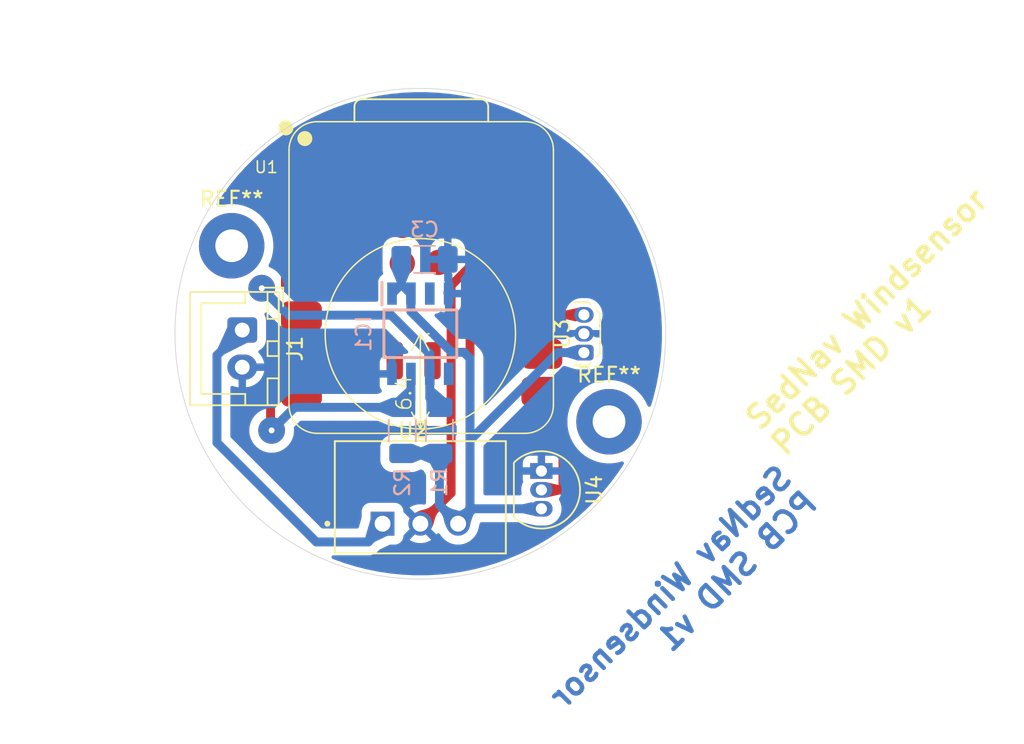
<source format=kicad_pcb>
(kicad_pcb (version 20241229) (generator "pcbnew") (generator_version "9.0")
  (layers (0 "F.Cu" signal) (2 "B.Cu" signal) (13 "F.Paste" user) (15 "B.Paste" user) (5 "F.SilkS" user "F.Silkscreen") (7 "B.SilkS" user "B.Silkscreen") (1 "F.Mask" user) (3 "B.Mask" user) (25 "Edge.Cuts" user))
  (net 0 "")
  (net 1 "+3.3V")
  (net 3 "GND")
  (net 9 "Net-(U1-GPIO20{slash}D9{slash}MISO)")
  (net 11 "Net-(IC1-SDA)")
  (net 12 "Net-(IC1-SCL)")
  (net 13 "unconnected-(U1-GPIO18{slash}D10{slash}MOSI-Pad11)")
  (net 15 "VCC")
  (net 16 "Net-(U1-GPIO17{slash}D7{slash}RX)")
  (footprint "Custom:SS411P" (layer "F.Cu") (at 143.715 57 90)
    (property "Reference" "U3" (at 0 -1.45 90) (layer "F.SilkS"))
    (property "Value" "SS411P" (hide yes))
    (fp_line (start 2.12 -0.65) (end 2.119999 0.3) (stroke (width 0.12)) (layer "F.SilkS"))
    (fp_line (start -2.129999 0.3) (end -2.13 -0.65) (stroke (width 0.12)) (layer "F.SilkS"))
    (fp_line (start 1.969999 0.45) (end 2.119999 0.3) (stroke (width 0.12)) (layer "F.SilkS"))
    (fp_line (start -1.979999 0.45) (end -2.129999 0.3) (stroke (width 0.12)) (layer "F.SilkS"))
    (fp_line (start 1.319999 1.1) (end 1.57 0.85) (stroke (width 0.12)) (layer "F.SilkS"))
    (fp_line (start -1.28 1.1) (end -1.53 0.85) (stroke (width 0.12)) (layer "F.SilkS"))
    (fp_line (start -1.28 1.1) (end 1.319999 1.1) (stroke (width 0.12)) (layer "F.SilkS"))
    (pad "1" thru_hole roundrect (at -1.270001 0 90) (size 1.05 1.3) (drill 0.75) (layers "*.Cu" "*.Mask") (roundrect_rratio 0.238) (net 1 "+3.3V"))
    (pad "2" thru_hole oval (at 0 0 90) (size 1.05 1.3) (drill 0.75) (layers "*.Cu" "*.Mask") (net 3 "GND"))
    (pad "3" thru_hole oval (at 1.270001 0 90) (size 1.05 1.3) (drill 0.75) (layers "*.Cu" "*.Mask") (net 9 "Net-(U1-GPIO20{slash}D9{slash}MISO)"))
  )
  (footprint "Package_TO_SOT_THT:TO-92_Inline" (layer "F.Cu") (at 140.855 66.23 -90)
    (property "Reference" "U4" (at 1.27 -3.56 90) (layer "F.SilkS"))
    (property "Value" "DS18B20" (hide yes))
    (fp_line (start -0.53 1.85) (end 3.07 1.85) (stroke (width 0.12)) (layer "F.SilkS"))
    (fp_arc (start -0.568478 1.838478) (mid -1.132087 -0.994977) (end 1.27 -2.6) (stroke (width 0.12)) (layer "F.SilkS"))
    (fp_arc (start 1.27 -2.6) (mid 3.672087 -0.994977) (end 3.108478 1.838478) (stroke (width 0.12)) (layer "F.SilkS"))
    (pad "1" thru_hole rect (at 0 0 270) (size 1.05 1.5) (drill 0.75) (layers "*.Cu" "*.Mask") (net 3 "GND"))
    (pad "2" thru_hole oval (at 1.27 0 270) (size 1.05 1.5) (drill 0.75) (layers "*.Cu" "*.Mask") (net 16 "Net-(U1-GPIO17{slash}D7{slash}RX)"))
    (pad "3" thru_hole oval (at 2.54 0 270) (size 1.05 1.5) (drill 0.75) (layers "*.Cu" "*.Mask") (net 1 "+3.3V"))
  )
  (footprint "Seeed Studio XIAO Series Library:XIAO-ESP32C6-SMD" (layer "F.Cu") (at 133.0011 53.25875)
    (property "Reference" "U1" (at -11.5 -7 0) (layer "F.SilkS") (effects (font (size 0.78232 0.78232) (thickness 0.10668)) (justify left bottom)))
    (property "Value" "XIAO-ESP32-C6")
    (fp_line (start -9.1166 8.5345) (end -9.1166 -8.6105) (stroke (width 0.1)) (layer "F.SilkS"))
    (fp_line (start -7.2116 10.4395) (end 6.7584 10.4395) (stroke (width 0.1)) (layer "F.SilkS"))
    (fp_line (start -4.7216 -10.5155) (end -4.717872 -11.525772) (stroke (width 0.127)) (layer "F.SilkS"))
    (fp_line (start -4.217872 -12.0255) (end 3.7774 -12.0255) (stroke (width 0.127)) (layer "F.SilkS"))
    (fp_line (start 4.2774 -11.5255) (end 4.2774 -10.5155) (stroke (width 0.127)) (layer "F.SilkS"))
    (fp_line (start 6.7584 -10.5155) (end -7.2116 -10.5155) (stroke (width 0.1)) (layer "F.SilkS"))
    (fp_line (start 8.6634 8.5345) (end 8.6634 -8.6105) (stroke (width 0.1)) (layer "F.SilkS"))
    (fp_arc (start -9.1166 -8.6145) (mid -8.558638 -9.961538) (end -7.2116 -10.5195) (stroke (width 0.1)) (layer "F.SilkS"))
    (fp_arc (start -7.2116 10.4395) (mid -8.558638 9.881538) (end -9.1166 8.5345) (stroke (width 0.1)) (layer "F.SilkS"))
    (fp_arc (start -4.717872 -11.525772) (mid -4.571324 -11.879144) (end -4.217872 -12.0255) (stroke (width 0.127)) (layer "F.SilkS"))
    (fp_arc (start 3.7774 -12.0255) (mid 4.130953 -11.879053) (end 4.2774 -11.5255) (stroke (width 0.127)) (layer "F.SilkS"))
    (fp_arc (start 6.7584 -10.5155) (mid 8.105438 -9.957538) (end 8.6634 -8.6105) (stroke (width 0.1)) (layer "F.SilkS"))
    (fp_arc (start 8.6634 8.5345) (mid 8.105438 9.881538) (end 6.7584 10.4395) (stroke (width 0.1)) (layer "F.SilkS"))
    (fp_circle (center -9.3266 -10.0995) (end -9.3266 -10.3535) (stroke (width 0.5)) (fill yes) (layer "F.SilkS"))
    (fp_circle (center -8.0526 -9.3825) (end -8.0526 -9.6365) (stroke (width 0.5)) (fill yes) (layer "F.SilkS"))
    (pad "1" smd roundrect (at -8.2816 -7.5985) (size 2.75 2) (layers "F.Cu" "F.Mask" "F.Paste"))
    (pad "2" smd roundrect (at -8.2816 -5.0585) (size 2.75 2) (layers "F.Cu" "F.Mask" "F.Paste"))
    (pad "3" smd roundrect (at -8.2816 -2.5185) (size 2.75 2) (layers "F.Cu" "F.Mask" "F.Paste"))
    (pad "4" smd roundrect (at -8.2816 0.0215) (size 2.75 2) (layers "F.Cu" "F.Mask" "F.Paste"))
    (pad "5" smd roundrect (at -8.2816 2.5615) (size 2.75 2) (layers "F.Cu" "F.Mask" "F.Paste") (net 11 "Net-(IC1-SDA)"))
    (pad "6" smd roundrect (at -8.2816 5.1015) (size 2.75 2) (layers "F.Cu" "F.Mask" "F.Paste") (net 12 "Net-(IC1-SCL)"))
    (pad "7" smd roundrect (at -8.2816 7.6415) (size 2.75 2) (layers "F.Cu" "F.Mask" "F.Paste"))
    (pad "8" smd roundrect (at 7.8834 7.6415) (size 2.75 2) (layers "F.Cu" "F.Mask" "F.Paste") (net 16 "Net-(U1-GPIO17{slash}D7{slash}RX)"))
    (pad "9" smd roundrect (at 7.8834 5.1015) (size 2.75 2) (layers "F.Cu" "F.Mask" "F.Paste"))
    (pad "10" smd roundrect (at 7.8834 2.5615) (size 2.75 2) (layers "F.Cu" "F.Mask" "F.Paste") (net 9 "Net-(U1-GPIO20{slash}D9{slash}MISO)"))
    (pad "11" smd roundrect (at 7.8834 0.0215) (size 2.75 2) (layers "F.Cu" "F.Mask" "F.Paste") (net 13 "unconnected-(U1-GPIO18{slash}D10{slash}MOSI-Pad11)"))
    (pad "12" smd roundrect (at 7.8834 -2.5185) (size 2.75 2) (layers "F.Cu" "F.Mask" "F.Paste") (net 1 "+3.3V"))
    (pad "13" smd roundrect (at 7.8834 -5.0585) (size 2.75 2) (layers "F.Cu" "F.Mask" "F.Paste") (net 3 "GND"))
    (pad "14" smd roundrect (at 7.8834 -7.5985) (size 2.75 2) (layers "F.Cu" "F.Mask" "F.Paste"))
    (pad "15" smd roundrect (at -2.008 5.5532 270) (size 2.5 1.1) (layers "F.Cu" "F.Mask" "F.Paste"))
    (pad "16" smd roundrect (at 0.532 5.5532 270) (size 2.5 1.1) (layers "F.Cu" "F.Mask" "F.Paste"))
    (pad "17" smd circle (at -1.5 -8.62) (size 1.7 1.7) (layers "F.Cu" "F.Mask" "F.Paste"))
    (pad "18" smd circle (at 1.04 -8.62) (size 1.7 1.7) (layers "F.Cu" "F.Mask" "F.Paste"))
    (pad "19" smd circle (at -1.5 -6.08) (size 1.7 1.7) (layers "F.Cu" "F.Mask" "F.Paste"))
    (pad "20" smd circle (at 1.04 -6.08) (size 1.7 1.7) (layers "F.Cu" "F.Mask" "F.Paste"))
    (pad "21" smd circle (at -1.5 -3.54) (size 1.7 1.7) (layers "F.Cu" "F.Mask" "F.Paste"))
    (pad "22" smd circle (at 1.04 -3.54) (size 1.7 1.7) (layers "F.Cu" "F.Mask" "F.Paste"))
    (pad "23" smd circle (at -1.5 -1) (size 1.7 1.7) (layers "F.Cu" "F.Mask" "F.Paste"))
    (pad "24" smd circle (at 0.9474 -1.0568) (size 1.7 1.7) (layers "F.Cu" "F.Mask" "F.Paste"))
  )
  (footprint "MountingHole:MountingHole_2.2mm_M2_Pad_TopBottom" (layer "F.Cu") (at 120.026691 51.083344)
    (property "Reference" "REF**" (at 0 -3.15 0) (layer "F.SilkS"))
    (property "Value" "MountingHole_2.2mm_M2_Pad_TopBottom")
    (pad "1" thru_hole circle (at 0 0) (size 2.6 2.6) (drill 2.2) (layers "*.Cu" "*.Mask"))
    (pad "1" connect circle (at 0 0) (size 4.4 4.4) (layers "F.Cu" "F.Mask"))
    (pad "1" connect circle (at 0 0) (size 4.4 4.4) (layers "B.Cu" "B.Mask"))
  )
  (footprint "Custom:CONV_R-78K3.3-0.5" (layer "F.Cu") (at 132.715 68)
    (property "Reference" "U2" (at -0.5 -4.5 0) (layer "F.SilkS"))
    (property "Value" "StpDwnE3.3-0.5" (hide yes))
    (fp_line (start -5.75 3.775) (end -5.749999 -3.775) (stroke (width 0.127)) (layer "F.SilkS"))
    (fp_line (start -5.749999 -3.775) (end 5.75 -3.775) (stroke (width 0.127)) (layer "F.SilkS"))
    (fp_line (start 5.749999 3.775) (end -5.75 3.775) (stroke (width 0.127)) (layer "F.SilkS"))
    (fp_line (start 5.75 -3.775) (end 5.749999 3.775) (stroke (width 0.127)) (layer "F.SilkS"))
    (fp_circle (center -6.250001 1.775) (end -6.15 1.775) (stroke (width 0.2)) (fill no) (layer "F.SilkS"))
    (pad "1" thru_hole rect (at -2.54 1.775) (size 1.605 1.605) (drill 1.07) (layers "*.Cu" "*.Mask") (net 15 "VCC"))
    (pad "2" thru_hole circle (at 0 1.775) (size 1.605 1.605) (drill 1.07) (layers "*.Cu" "*.Mask") (net 3 "GND"))
    (pad "3" thru_hole circle (at 2.54 1.775) (size 1.605 1.605) (drill 1.07) (layers "*.Cu" "*.Mask") (net 1 "+3.3V"))
  )
  (footprint "Connector_JST:JST_XH_B2B-XH-A_1x02_P2.50mm_Vertical" (layer "F.Cu") (at 120.74 56.75 -90)
    (property "Reference" "J1" (at 1.25 -3.549999 90) (layer "F.SilkS"))
    (property "Value" "Conn_01x02_Pin" (hide yes))
    (fp_line (start 5.060001 3.51) (end 5.06 -2.46) (stroke (width 0.12)) (layer "F.SilkS"))
    (fp_line (start -2.559999 3.509999) (end 5.060001 3.51) (stroke (width 0.12)) (layer "F.SilkS"))
    (fp_line (start -1.800001 2.749999) (end 1.25 2.750001) (stroke (width 0.12)) (layer "F.SilkS"))
    (fp_line (start 4.3 2.749999) (end 1.25 2.750001) (stroke (width 0.12)) (layer "F.SilkS"))
    (fp_line (start -2.549999 -0.2) (end -1.800001 -0.2) (stroke (width 0.12)) (layer "F.SilkS"))
    (fp_line (start -1.800001 -0.2) (end -1.800001 2.749999) (stroke (width 0.12)) (layer "F.SilkS"))
    (fp_line (start 4.300001 -0.2) (end 4.3 2.749999) (stroke (width 0.12)) (layer "F.SilkS"))
    (fp_line (start 5.050001 -0.200002) (end 4.300001 -0.2) (stroke (width 0.12)) (layer "F.SilkS"))
    (fp_line (start -0.750002 -1.699999) (end -0.75 -2.450001) (stroke (width 0.12)) (layer "F.SilkS"))
    (fp_line (start 3.25 -1.699999) (end 5.05 -1.700001) (stroke (width 0.12)) (layer "F.SilkS"))
    (fp_line (start -2.550001 -1.7) (end -0.750002 -1.699999) (stroke (width 0.12)) (layer "F.SilkS"))
    (fp_line (start 1.749998 -1.7) (end 1.749999 -2.45) (stroke (width 0.12)) (layer "F.SilkS"))
    (fp_line (start 0.750001 -1.700001) (end 1.749998 -1.7) (stroke (width 0.12)) (layer "F.SilkS"))
    (fp_line (start 5.05 -1.700001) (end 5.050001 -2.449999) (stroke (width 0.12)) (layer "F.SilkS"))
    (fp_line (start 5.050001 -2.449999) (end 3.25 -2.450001) (stroke (width 0.12)) (layer "F.SilkS"))
    (fp_line (start -2.55 -2.45) (end -2.550001 -1.7) (stroke (width 0.12)) (layer "F.SilkS"))
    (fp_line (start 0.75 -2.45) (end 0.750001 -1.700001) (stroke (width 0.12)) (layer "F.SilkS"))
    (fp_line (start 1.749999 -2.45) (end 0.75 -2.45) (stroke (width 0.12)) (layer "F.SilkS"))
    (fp_line (start -0.75 -2.450001) (end -2.55 -2.45) (stroke (width 0.12)) (layer "F.SilkS"))
    (fp_line (start 3.25 -2.450001) (end 3.25 -1.699999) (stroke (width 0.12)) (layer "F.SilkS"))
    (fp_line (start -2.560001 -2.46) (end -2.559999 3.509999) (stroke (width 0.12)) (layer "F.SilkS"))
    (fp_line (start 5.06 -2.46) (end -2.560001 -2.46) (stroke (width 0.12)) (layer "F.SilkS"))
    (fp_line (start -2.85 -2.749999) (end -2.85 -1.5) (stroke (width 0.12)) (layer "F.SilkS"))
    (fp_line (start -1.599999 -2.749999) (end -2.85 -2.749999) (stroke (width 0.12)) (layer "F.SilkS"))
    (pad "1" thru_hole roundrect (at 0 0 270) (size 1.7 2) (drill 1) (layers "*.Cu" "*.Mask") (roundrect_rratio 0.147059) (net 15 "VCC"))
    (pad "2" thru_hole oval (at 2.5 -0.000001 270) (size 1.7 2) (drill 1) (layers "*.Cu" "*.Mask") (net 3 "GND"))
  )
  (footprint "MountingHole:MountingHole_2.2mm_M2_Pad_TopBottom" (layer "F.Cu") (at 145.403309 62.916656)
    (property "Reference" "REF**" (at 0 -3.15 0) (layer "F.SilkS"))
    (property "Value" "MountingHole_2.2mm_M2_Pad_TopBottom")
    (pad "1" thru_hole circle (at 0 0) (size 2.6 2.6) (drill 2.2) (layers "*.Cu" "*.Mask"))
    (pad "1" connect circle (at 0 0) (size 4.4 4.4) (layers "F.Cu" "F.Mask"))
    (pad "1" connect circle (at 0 0) (size 4.4 4.4) (layers "B.Cu" "B.Mask"))
  )
  (footprint "AS5600-ASOT:SOIC127P600X175-8N" (layer "B.Cu") (at 132.715 57 -90)
    (property "Reference" "IC1" (at 0 3.81 90) (layer "B.SilkS") (effects (justify mirror)))
    (property "Value" "AS5600-ASOT")
    (fp_line (start -3.45 2.58) (end -1.95 2.58) (stroke (width 0.2)) (layer "B.SilkS"))
    (fp_line (start -1.6 2.45) (end 1.6 2.45) (stroke (width 0.2)) (layer "B.SilkS"))
    (fp_line (start 1.6 2.45) (end 1.6 -2.45) (stroke (width 0.2)) (layer "B.SilkS"))
    (fp_line (start -1.6 -2.45) (end -1.6 2.45) (stroke (width 0.2)) (layer "B.SilkS"))
    (fp_line (start 1.6 -2.45) (end -1.6 -2.45) (stroke (width 0.2)) (layer "B.SilkS"))
    (pad "1" smd rect (at -2.7 1.905 270) (size 1.5 0.65) (layers "B.Cu" "B.Mask" "B.Paste") (net 1 "+3.3V"))
    (pad "2" smd rect (at -2.7 0.635 270) (size 1.5 0.65) (layers "B.Cu" "B.Mask" "B.Paste") (net 1 "+3.3V"))
    (pad "3" smd rect (at -2.7 -0.635 270) (size 1.5 0.65) (layers "B.Cu" "B.Mask" "B.Paste"))
    (pad "4" smd rect (at -2.7 -1.905 270) (size 1.5 0.65) (layers "B.Cu" "B.Mask" "B.Paste") (net 3 "GND"))
    (pad "5" smd rect (at 2.7 -1.905 270) (size 1.5 0.65) (layers "B.Cu" "B.Mask" "B.Paste"))
    (pad "6" smd rect (at 2.7 -0.635 270) (size 1.5 0.65) (layers "B.Cu" "B.Mask" "B.Paste") (net 11 "Net-(IC1-SDA)"))
    (pad "7" smd rect (at 2.7 0.635 270) (size 1.5 0.65) (layers "B.Cu" "B.Mask" "B.Paste") (net 12 "Net-(IC1-SCL)"))
    (pad "8" smd rect (at 2.7 1.905 270) (size 1.5 0.65) (layers "B.Cu" "B.Mask" "B.Paste") (net 3 "GND"))
  )
  (footprint "Capacitor_SMD:C_1206_3216Metric_Pad1.33x1.80mm_HandSolder" (layer "B.Cu") (at 133 52)
    (property "Reference" "C3" (at 0 -2 0) (layer "B.SilkS") (effects (justify mirror)))
    (property "Value" "100nF")
    (fp_line (start -0.711252 -0.91) (end 0.711252 -0.91) (stroke (width 0.12)) (layer "B.SilkS"))
    (fp_line (start -0.711252 0.91) (end 0.711252 0.91) (stroke (width 0.12)) (layer "B.SilkS"))
    (pad "1" smd roundrect (at -1.5625 0) (size 1.325 1.8) (layers "B.Cu" "B.Mask" "B.Paste") (roundrect_rratio 0.188679) (net 1 "+3.3V"))
    (pad "2" smd roundrect (at 1.5625 0) (size 1.325 1.8) (layers "B.Cu" "B.Mask" "B.Paste") (roundrect_rratio 0.188679) (net 3 "GND"))
  )
  (footprint "Resistor_SMD:R_1206_3216Metric_Pad1.30x1.75mm_HandSolder" (layer "B.Cu") (at 134 63.5 -90)
    (property "Reference" "R1" (at 3.5 0 90) (layer "B.SilkS") (effects (justify mirror)))
    (property "Value" "5k")
    (fp_line (start -0.727064 0.91) (end 0.727064 0.91) (stroke (width 0.12)) (layer "B.SilkS"))
    (fp_line (start -0.727064 -0.91) (end 0.727064 -0.91) (stroke (width 0.12)) (layer "B.SilkS"))
    (pad "1" smd roundrect (at -1.55 0 270) (size 1.3 1.75) (layers "B.Cu" "B.Mask" "B.Paste") (roundrect_rratio 0.192308) (net 11 "Net-(IC1-SDA)"))
    (pad "2" smd roundrect (at 1.55 0 270) (size 1.3 1.75) (layers "B.Cu" "B.Mask" "B.Paste") (roundrect_rratio 0.192308) (net 1 "+3.3V"))
  )
  (footprint "Resistor_SMD:R_1206_3216Metric_Pad1.30x1.75mm_HandSolder" (layer "B.Cu") (at 131.5 63.5 -90)
    (property "Reference" "R2" (at 3.5 0 90) (layer "B.SilkS") (effects (justify mirror)))
    (property "Value" "5k")
    (fp_line (start -0.727064 0.91) (end 0.727064 0.91) (stroke (width 0.12)) (layer "B.SilkS"))
    (fp_line (start -0.727064 -0.91) (end 0.727064 -0.91) (stroke (width 0.12)) (layer "B.SilkS"))
    (pad "1" smd roundrect (at -1.55 0 270) (size 1.3 1.75) (layers "B.Cu" "B.Mask" "B.Paste") (roundrect_rratio 0.192308) (net 12 "Net-(IC1-SCL)"))
    (pad "2" smd roundrect (at 1.55 0 270) (size 1.3 1.75) (layers "B.Cu" "B.Mask" "B.Paste") (roundrect_rratio 0.192308) (net 1 "+3.3V"))
  )
  (gr_circle (center 132.715 57) (end 139.115 57) (stroke (width 0.1)) (fill no) (layer "F.SilkS"))
  (gr_circle (center 132.715 57) (end 149.215 57) (stroke (width 0.05)) (fill no) (layer "Edge.Cuts"))
  (gr_text "SedNav Windsensor\nPCB SMD v1" (at 159.715 68.5 45) (layer "B.Cu") (effects (font (size 1.5 1.5) (thickness 0.3) (bold yes)) (justify left bottom mirror)))
  (gr_text "SedNav Windsensor\nPCB SMD v1" (at 157.215 65.5 45) (layer "F.SilkS") (effects (font (size 1.5 1.5) (thickness 0.3) (bold yes)) (justify left bottom)))
  (dimension (type aligned) (layer "F.SilkS") (pts (xy 132.715 57) (xy 132.715 63.4)) (height 0) (format (prefix "") (suffix "") (units 3) (units_format 0) (precision 4) (suppress_zeroes yes)) (style (thickness 0.1) (arrow_length 1.27) (text_position_mode 2) (arrow_direction outward) (extension_height 0.58642) (extension_offset 0.5) (keep_text_aligned yes)) (gr_text "6.4" (at 131.615 61 90) (layer "F.SilkS") (effects (font (size 1 1) (thickness 0.1)))))
  (segment (start 136.0575 68.9725) (end 135.255 69.775) (width 0.6) (layer "F.Cu") (net 1))
  (segment (start 140.8845 50.74025) (end 140.343756 50.74025) (width 0.6) (layer "F.Cu") (net 1))
  (segment (start 140.343756 50.74025) (end 136.0575 55.026506) (width 0.6) (layer "F.Cu") (net 1))
  (segment (start 136.0575 55.026506) (end 136.0575 68.9725) (width 0.6) (layer "F.Cu") (net 1))
  (segment (start 136.26 68.77) (end 140.855 68.77) (width 0.6) (layer "B.Cu") (net 1))
  (segment (start 131.5 65.05) (end 134 65.05) (width 0.6) (layer "B.Cu") (net 1))
  (segment (start 136.0575 68.9725) (end 135.255 69.775) (width 0.6) (layer "B.Cu") (net 1))
  (segment (start 132.08 54.3) (end 132.065 54.3) (width 0.6) (layer "B.Cu") (net 1))
  (segment (start 136.0575 64) (end 136.0575 68.9725) (width 0.6) (layer "B.Cu") (net 1))
  (segment (start 131.4375 52) (end 131.4375 53.6725) (width 0.6) (layer "B.Cu") (net 1))
  (segment (start 134.822 58.249) (end 135.646 58.249) (width 0.6) (layer "B.Cu") (net 1))
  (segment (start 131.4375 53.6725) (end 130.81 54.3) (width 0.6) (layer "B.Cu") (net 1))
  (segment (start 134 65.05) (end 134 68.52) (width 0.6) (layer "B.Cu") (net 1))
  (segment (start 135.646 58.249) (end 136.0575 58.6605) (width 0.6) (layer "B.Cu") (net 1))
  (segment (start 132.08 54.3) (end 132.08 55.507) (width 0.6) (layer "B.Cu") (net 1))
  (segment (start 132.065 54.3) (end 131.4375 53.6725) (width 0.6) (layer "B.Cu") (net 1))
  (segment (start 136.215 64) (end 141.944999 58.270001) (width 0.6) (layer "B.Cu") (net 1))
  (segment (start 135.255 69.775) (end 136.26 68.77) (width 0.6) (layer "B.Cu") (net 1))
  (segment (start 136.0575 64) (end 136.215 64) (width 0.6) (layer "B.Cu") (net 1))
  (segment (start 132.08 55.507) (end 134.822 58.249) (width 0.6) (layer "B.Cu") (net 1))
  (segment (start 136.0575 58.6605) (end 136.0575 64) (width 0.6) (layer "B.Cu") (net 1))
  (segment (start 134 68.52) (end 135.255 69.775) (width 0.6) (layer "B.Cu") (net 1))
  (segment (start 141.944999 58.270001) (end 143.715 58.270001) (width 0.6) (layer "B.Cu") (net 1))
  (segment (start 134.7841 67.7059) (end 132.715 69.775) (width 0.6) (layer "F.Cu") (net 3))
  (segment (start 140.343756 48.20025) (end 134.7841 53.759906) (width 0.6) (layer "F.Cu") (net 3))
  (segment (start 140.8845 48.20025) (end 140.343756 48.20025) (width 0.6) (layer "F.Cu") (net 3))
  (segment (start 134.7841 53.759906) (end 134.7841 67.7059) (width 0.6) (layer "F.Cu") (net 3))
  (segment (start 132.715 69.308) (end 132.715 69.775) (width 0.6) (layer "F.Cu") (net 3))
  (segment (start 121.190001 59.7) (end 120.740001 59.25) (width 0.6) (layer "B.Cu") (net 3))
  (segment (start 134.5625 54.2425) (end 134.62 54.3) (width 0.6) (layer "B.Cu") (net 3))
  (segment (start 140.8845 55.82025) (end 140.974751 55.729999) (width 0.6) (layer "F.Cu") (net 9))
  (segment (start 140.974751 55.729999) (end 143.715 55.729999) (width 0.6) (layer "F.Cu") (net 9))
  (segment (start 124.7195 55.82025) (end 123.929808 55.82025) (width 0.6) (layer "F.Cu") (net 11))
  (segment (start 123.929808 55.82025) (end 122.049306 53.939748) (width 0.6) (layer "F.Cu") (net 11))
  (segment (start 125.260244 55.82025) (end 124.7195 55.82025) (width 0.6) (layer "F.Cu") (net 11))
  (via (at 122.049306 53.939748) (size 1.8) (drill 0.4) (layers "F.Cu" "B.Cu") (net 11))
  (segment (start 133.35 61.3) (end 133.35 59.7) (width 0.6) (layer "B.Cu") (net 11))
  (segment (start 134 61.95) (end 133.35 61.3) (width 0.6) (layer "B.Cu") (net 11))
  (segment (start 123.860558 55.751) (end 122.049306 53.939748) (width 0.6) (layer "B.Cu") (net 11))
  (segment (start 133.35 59.7) (end 133.35 58.35) (width 0.6) (layer "B.Cu") (net 11))
  (segment (start 133.35 58.35) (end 130.751 55.751) (width 0.6) (layer "B.Cu") (net 11))
  (segment (start 130.751 55.751) (end 123.860558 55.751) (width 0.6) (layer "B.Cu") (net 11))
  (segment (start 122.6435 63.4285) (end 122.715 63.5) (width 0.6) (layer "F.Cu") (net 12))
  (segment (start 124.178756 58.36025) (end 122.6435 59.895506) (width 0.6) (layer "F.Cu") (net 12))
  (segment (start 124.7195 58.36025) (end 124.178756 58.36025) (width 0.6) (layer "F.Cu") (net 12))
  (segment (start 122.6435 59.895506) (end 122.6435 63.4285) (width 0.6) (layer "F.Cu") (net 12))
  (via (at 122.715 63.5) (size 1.8) (drill 0.4) (layers "F.Cu" "B.Cu") (net 12))
  (segment (start 124.265 61.95) (end 131.5 61.95) (width 0.6) (layer "B.Cu") (net 12))
  (segment (start 131.5 61.95) (end 132.08 61.37) (width 0.6) (layer "B.Cu") (net 12))
  (segment (start 132.08 61.37) (end 132.08 59.7) (width 0.6) (layer "B.Cu") (net 12))
  (segment (start 122.715 63.5) (end 124.265 61.95) (width 0.6) (layer "B.Cu") (net 12))
  (segment (start 140.8845 53.28025) (end 140.343756 53.28025) (width 0.6) (layer "F.Cu") (net 13))
  (segment (start 130.175 69.775) (end 130.175 70.04) (width 0.6) (layer "F.Cu") (net 15))
  (segment (start 119.039001 58.450999) (end 119.039001 64.324001) (width 0.6) (layer "B.Cu") (net 15))
  (segment (start 130.175 70.04) (end 129.215 71) (width 0.6) (layer "B.Cu") (net 15))
  (segment (start 119.039001 64.324001) (end 125.715 71) (width 0.6) (layer "B.Cu") (net 15))
  (segment (start 125.715 71) (end 129.215 71) (width 0.6) (layer "B.Cu") (net 15))
  (segment (start 120.74 56.75) (end 119.039001 58.450999) (width 0.6) (layer "B.Cu") (net 15))
  (segment (start 140.8845 60.90025) (end 142.306 62.32175) (width 0.6) (layer "F.Cu") (net 16))
  (segment (start 140.855 67.456) (end 140.855 67.5) (width 0.6) (layer "F.Cu") (net 16))
  (segment (start 142.262 67.5) (end 140.855 67.5) (width 0.6) (layer "F.Cu") (net 16))
  (segment (start 142.306 67.456) (end 142.262 67.5) (width 0.6) (layer "F.Cu") (net 16))
  (segment (start 142.306 62.32175) (end 142.306 67.456) (width 0.6) (layer "F.Cu") (net 16))
  (zone (net 3) (net_name "GND") (layer "B.Cu") (connect_pads (clearance 0.6)) (min_thickness 0.25) (fill yes (thermal_gap 0.5) (thermal_bridge_width 0.5))
    (polygon (pts (xy 129.5 76) (xy 139.215 78) (xy 148.715 72.5) (xy 153.5 57.5) (xy 157.862936 34.55797) (xy 111.862936 34.55797) (xy 111.862936 76)))
  )
)
</source>
